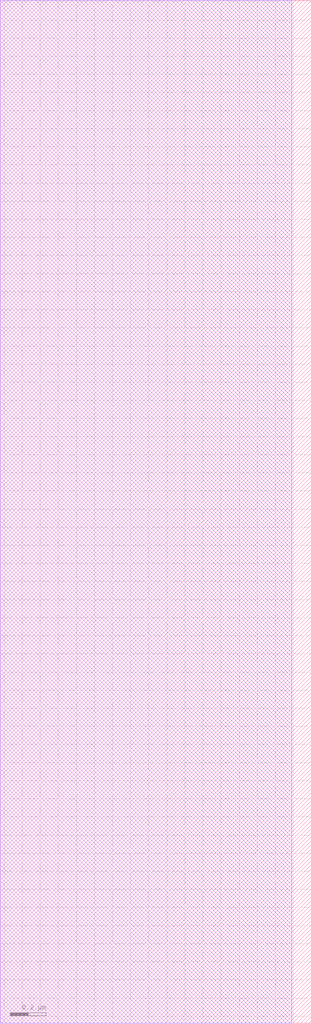
<source format=lef>
VERSION 5.7 ;
  NOWIREEXTENSIONATPIN ON ;
  DIVIDERCHAR "/" ;
  BUSBITCHARS "[]" ;
MACRO /home/bjmuld/work/hilas/fastlane/PDKs/sky130A_hilas/libs.ref/sky130_hilas_sc/mag/sky130_hilas_DAC6TransistorStack01a
  CLASS BLOCK ;
  FOREIGN /home/bjmuld/work/hilas/fastlane/PDKs/sky130A_hilas/libs.ref/sky130_hilas_sc/mag/sky130_hilas_DAC6TransistorStack01a ;
  ORIGIN -0.280 1.740 ;
  SIZE 1.720 BY 5.650 ;
  OBS
      LAYER nwell ;
        RECT 0.280 -1.740 1.890 3.910 ;
  END
END /home/bjmuld/work/hilas/fastlane/PDKs/sky130A_hilas/libs.ref/sky130_hilas_sc/mag/sky130_hilas_DAC6TransistorStack01a
END LIBRARY


</source>
